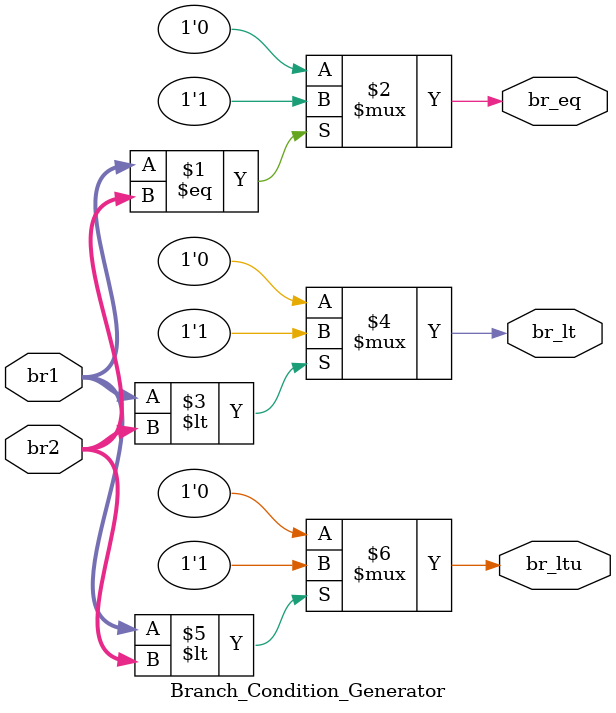
<source format=sv>
`timescale 1ns / 1ps

module Branch_Condition_Generator(
    input [31:0] br1,
    input [31:0] br2,
    output logic br_eq,
    output logic br_lt,
    output logic br_ltu
    );
        //checking for equality
    assign br_eq = (br1 == br2) ? 1'b1 : 1'b0;
        //checking if rs1 is less than rs2 when evaluated as signed values
    assign br_lt = ($signed(br1) < $signed(br2)) ? 1'b1 : 1'b0;
        //checking if rs1 is less than rs2 when evaluated as unsigned values
    assign br_ltu = (br1 < br2) ? 1'b1 : 1'b0; 
endmodule

</source>
